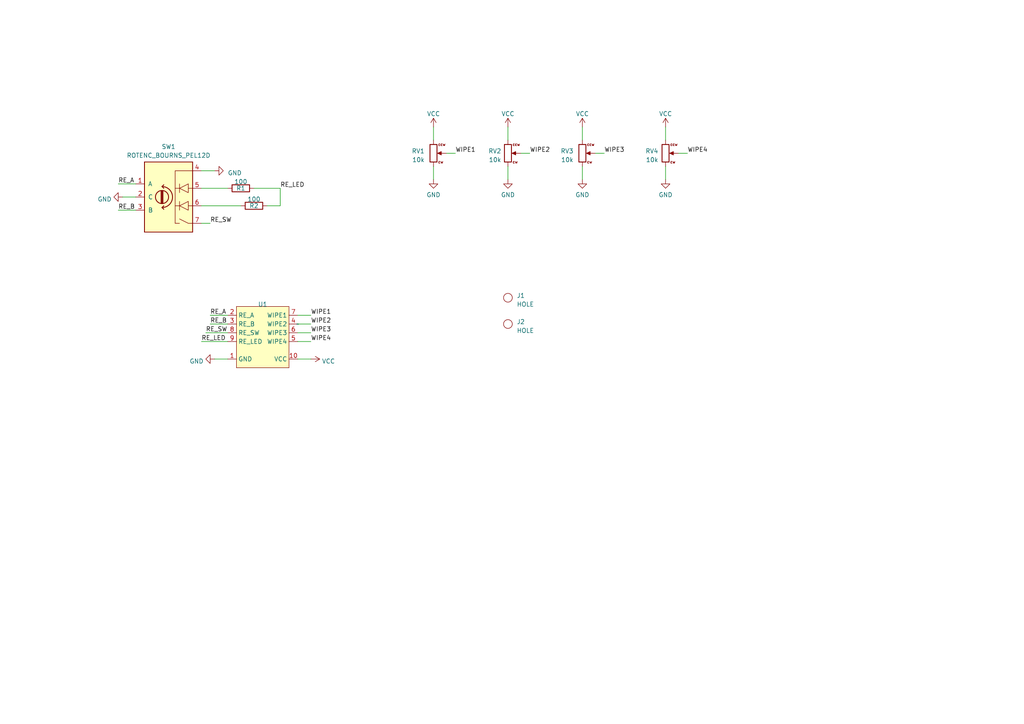
<source format=kicad_sch>
(kicad_sch (version 20230121) (generator eeschema)

  (uuid 872fad75-2e65-4dcb-a871-3af729139d4f)

  (paper "A4")

  (lib_symbols
    (symbol "myAmp:HOLE" (pin_names (offset 1.016) hide) (in_bom yes) (on_board yes)
      (property "Reference" "J" (at 0 2.54 0)
        (effects (font (size 1.27 1.27)))
      )
      (property "Value" "HOLE" (at 0 -2.54 0)
        (effects (font (size 1.27 1.27)))
      )
      (property "Footprint" "" (at 0 0 0)
        (effects (font (size 1.27 1.27)) hide)
      )
      (property "Datasheet" "" (at 0 0 0)
        (effects (font (size 1.27 1.27)) hide)
      )
      (symbol "HOLE_0_1"
        (circle (center 0 0) (radius 1.27)
          (stroke (width 0) (type default))
          (fill (type none))
        )
      )
    )
    (symbol "myAmp:KNOBS" (in_bom yes) (on_board yes)
      (property "Reference" "U" (at 0 11.43 0)
        (effects (font (size 1.27 1.27)))
      )
      (property "Value" "" (at 10.16 5.08 0)
        (effects (font (size 1.27 1.27)))
      )
      (property "Footprint" "myAmp:KNOBS" (at 0 -10.16 0)
        (effects (font (size 1.27 1.27)) hide)
      )
      (property "Datasheet" "" (at 10.16 5.08 0)
        (effects (font (size 1.27 1.27)) hide)
      )
      (symbol "KNOBS_0_1"
        (rectangle (start -7.62 10.16) (end 7.62 -7.62)
          (stroke (width 0) (type default))
          (fill (type background))
        )
      )
      (symbol "KNOBS_1_1"
        (pin input line (at -10.16 -5.08 0) (length 2.54)
          (name "GND" (effects (font (size 1.27 1.27))))
          (number "1" (effects (font (size 1.27 1.27))))
        )
        (pin input line (at 10.16 -5.08 180) (length 2.54)
          (name "VCC" (effects (font (size 1.27 1.27))))
          (number "10" (effects (font (size 1.27 1.27))))
        )
        (pin input line (at -10.16 7.62 0) (length 2.54)
          (name "RE_A" (effects (font (size 1.27 1.27))))
          (number "2" (effects (font (size 1.27 1.27))))
        )
        (pin input line (at -10.16 5.08 0) (length 2.54)
          (name "RE_B" (effects (font (size 1.27 1.27))))
          (number "3" (effects (font (size 1.27 1.27))))
        )
        (pin input line (at 10.16 5.08 180) (length 2.54)
          (name "WIPE2" (effects (font (size 1.27 1.27))))
          (number "4" (effects (font (size 1.27 1.27))))
        )
        (pin input line (at 10.16 0 180) (length 2.54)
          (name "WIPE4" (effects (font (size 1.27 1.27))))
          (number "5" (effects (font (size 1.27 1.27))))
        )
        (pin input line (at 10.16 2.54 180) (length 2.54)
          (name "WIPE3" (effects (font (size 1.27 1.27))))
          (number "6" (effects (font (size 1.27 1.27))))
        )
        (pin input line (at 10.16 7.62 180) (length 2.54)
          (name "WIPE1" (effects (font (size 1.27 1.27))))
          (number "7" (effects (font (size 1.27 1.27))))
        )
        (pin input line (at -10.16 2.54 0) (length 2.54)
          (name "RE_SW" (effects (font (size 1.27 1.27))))
          (number "8" (effects (font (size 1.27 1.27))))
        )
        (pin input line (at -10.16 0 0) (length 2.54)
          (name "RE_LED" (effects (font (size 1.27 1.27))))
          (number "9" (effects (font (size 1.27 1.27))))
        )
      )
    )
    (symbol "myAmp:R" (pin_numbers hide) (pin_names (offset 0)) (in_bom yes) (on_board yes)
      (property "Reference" "R" (at 2.032 0 90)
        (effects (font (size 1.27 1.27)))
      )
      (property "Value" "R" (at 0 0 90)
        (effects (font (size 1.27 1.27)))
      )
      (property "Footprint" "" (at -1.778 0 90)
        (effects (font (size 1.27 1.27)) hide)
      )
      (property "Datasheet" "" (at 0 0 0)
        (effects (font (size 1.27 1.27)) hide)
      )
      (property "ki_fp_filters" "R_*" (at 0 0 0)
        (effects (font (size 1.27 1.27)) hide)
      )
      (symbol "R_0_1"
        (rectangle (start -1.016 -2.54) (end 1.016 2.54)
          (stroke (width 0.254) (type default))
          (fill (type none))
        )
      )
      (symbol "R_1_1"
        (pin passive line (at 0 3.81 270) (length 1.27)
          (name "~" (effects (font (size 1.27 1.27))))
          (number "1" (effects (font (size 1.27 1.27))))
        )
        (pin passive line (at 0 -3.81 90) (length 1.27)
          (name "~" (effects (font (size 1.27 1.27))))
          (number "2" (effects (font (size 1.27 1.27))))
        )
      )
    )
    (symbol "myAmp:ROTENC_BOURNS_PEL12D" (pin_names (offset 1.016)) (in_bom yes) (on_board yes)
      (property "Reference" "SW" (at 0 -11.43 0)
        (effects (font (size 1.27 1.27)))
      )
      (property "Value" "ROTENC_BOURNS_PEL12D" (at 1.27 11.43 0)
        (effects (font (size 1.27 1.27)))
      )
      (property "Footprint" "" (at -2.54 4.064 0)
        (effects (font (size 1.27 1.27)) hide)
      )
      (property "Datasheet" "" (at 0 6.604 0)
        (effects (font (size 1.27 1.27)) hide)
      )
      (symbol "ROTENC_BOURNS_PEL12D_0_1"
        (rectangle (start -5.08 10.16) (end 8.89 -10.16)
          (stroke (width 0.254) (type default))
          (fill (type background))
        )
        (arc (start 0 -3.048) (mid 3.0348 0) (end 0 3.048)
          (stroke (width 0.254) (type default))
          (fill (type none))
        )
        (polyline
          (pts
            (xy -0.254 -1.778)
            (xy -0.254 1.778)
          )
          (stroke (width 0.254) (type default))
          (fill (type none))
        )
        (polyline
          (pts
            (xy 0 -3.048)
            (xy 0.508 -3.556)
          )
          (stroke (width 0.254) (type default))
          (fill (type none))
        )
        (polyline
          (pts
            (xy 0 -3.048)
            (xy 0.508 -2.54)
          )
          (stroke (width 0.254) (type default))
          (fill (type none))
        )
        (polyline
          (pts
            (xy 0 -1.778)
            (xy 0 1.778)
          )
          (stroke (width 0.254) (type default))
          (fill (type none))
        )
        (polyline
          (pts
            (xy 0 3.048)
            (xy 0.508 2.54)
          )
          (stroke (width 0.254) (type default))
          (fill (type none))
        )
        (polyline
          (pts
            (xy 0.254 1.778)
            (xy 0.254 -1.778)
          )
          (stroke (width 0.254) (type default))
          (fill (type none))
        )
        (polyline
          (pts
            (xy 0.508 3.556)
            (xy 0 3.048)
          )
          (stroke (width 0.254) (type default))
          (fill (type none))
        )
        (polyline
          (pts
            (xy 3.81 -7.62)
            (xy 5.08 -7.62)
          )
          (stroke (width 0) (type default))
          (fill (type none))
        )
        (polyline
          (pts
            (xy 5.08 -2.54)
            (xy 3.81 -2.54)
          )
          (stroke (width 0) (type default))
          (fill (type none))
        )
        (polyline
          (pts
            (xy 5.08 -1.27)
            (xy 5.08 -3.81)
          )
          (stroke (width 0) (type default))
          (fill (type none))
        )
        (polyline
          (pts
            (xy 5.08 2.54)
            (xy 3.81 2.54)
          )
          (stroke (width 0) (type default))
          (fill (type none))
        )
        (polyline
          (pts
            (xy 5.08 3.81)
            (xy 5.08 1.27)
          )
          (stroke (width 0) (type default))
          (fill (type none))
        )
        (polyline
          (pts
            (xy 7.62 2.54)
            (xy 7.62 2.54)
          )
          (stroke (width 0) (type default))
          (fill (type none))
        )
        (polyline
          (pts
            (xy 8.89 -2.54)
            (xy 7.62 -2.54)
          )
          (stroke (width 0) (type default))
          (fill (type none))
        )
        (polyline
          (pts
            (xy 8.89 2.54)
            (xy 7.62 2.54)
          )
          (stroke (width 0) (type default))
          (fill (type none))
        )
        (polyline
          (pts
            (xy 8.89 -7.62)
            (xy 7.62 -7.62)
            (xy 5.08 -6.35)
          )
          (stroke (width 0) (type default))
          (fill (type none))
        )
        (polyline
          (pts
            (xy 8.89 7.62)
            (xy 3.81 7.62)
            (xy 3.81 -7.62)
          )
          (stroke (width 0) (type default))
          (fill (type none))
        )
        (polyline
          (pts
            (xy 7.62 -1.27)
            (xy 7.62 -3.81)
            (xy 5.08 -2.54)
            (xy 7.62 -1.27)
          )
          (stroke (width 0) (type default))
          (fill (type none))
        )
        (polyline
          (pts
            (xy 7.62 3.81)
            (xy 7.62 1.27)
            (xy 5.08 2.54)
            (xy 7.62 3.81)
          )
          (stroke (width 0) (type default))
          (fill (type none))
        )
        (circle (center 0 0) (radius 1.905)
          (stroke (width 0.254) (type default))
          (fill (type none))
        )
      )
      (symbol "ROTENC_BOURNS_PEL12D_1_1"
        (pin passive line (at -7.62 3.81 0) (length 2.54)
          (name "A" (effects (font (size 1.27 1.27))))
          (number "1" (effects (font (size 1.27 1.27))))
        )
        (pin passive line (at -7.62 0 0) (length 2.54)
          (name "C" (effects (font (size 1.27 1.27))))
          (number "2" (effects (font (size 1.27 1.27))))
        )
        (pin passive line (at -7.62 -3.81 0) (length 2.54)
          (name "B" (effects (font (size 1.27 1.27))))
          (number "3" (effects (font (size 1.27 1.27))))
        )
        (pin passive line (at 11.43 7.62 180) (length 2.54)
          (name "~" (effects (font (size 1.27 1.27))))
          (number "4" (effects (font (size 1.27 1.27))))
        )
        (pin passive line (at 11.43 2.54 180) (length 2.54)
          (name "~" (effects (font (size 1.27 1.27))))
          (number "5" (effects (font (size 1.27 1.27))))
        )
        (pin passive line (at 11.43 -2.54 180) (length 2.54)
          (name "~" (effects (font (size 1.27 1.27))))
          (number "6" (effects (font (size 1.27 1.27))))
        )
        (pin passive line (at 11.43 -7.62 180) (length 2.54)
          (name "~" (effects (font (size 1.27 1.27))))
          (number "7" (effects (font (size 1.27 1.27))))
        )
      )
    )
    (symbol "myAmp:R_POT" (pin_numbers hide) (pin_names (offset 1.016) hide) (in_bom yes) (on_board yes)
      (property "Reference" "RV" (at -4.445 0 90)
        (effects (font (size 1.27 1.27)))
      )
      (property "Value" "R_POT" (at -2.54 0 90)
        (effects (font (size 1.27 1.27)))
      )
      (property "Footprint" "" (at 0 0 0)
        (effects (font (size 1.27 1.27)) hide)
      )
      (property "Datasheet" "" (at -3.81 -3.81 0)
        (effects (font (size 1.27 1.27)) hide)
      )
      (property "ki_fp_filters" "Potentiometer*" (at 0 0 0)
        (effects (font (size 1.27 1.27)) hide)
      )
      (symbol "R_POT_0_0"
        (text "ccw" (at 1.27 2.54 0)
          (effects (font (size 0.762 0.762)) (justify left))
        )
        (text "cw" (at 1.27 -2.54 0)
          (effects (font (size 0.762 0.762)) (justify left))
        )
      )
      (symbol "R_POT_0_1"
        (polyline
          (pts
            (xy 1.143 0)
            (xy 2.286 0.508)
            (xy 2.286 -0.508)
            (xy 1.143 0)
          )
          (stroke (width 0) (type default))
          (fill (type outline))
        )
        (rectangle (start 1.016 2.54) (end -1.016 -2.54)
          (stroke (width 0.254) (type default))
          (fill (type none))
        )
      )
      (symbol "R_POT_1_1"
        (pin passive line (at 0 3.81 270) (length 1.27)
          (name "1" (effects (font (size 1.27 1.27))))
          (number "1" (effects (font (size 1.27 1.27))))
        )
        (pin passive line (at 3.81 0 180) (length 2.032)
          (name "2" (effects (font (size 1.27 1.27))))
          (number "2" (effects (font (size 1.27 1.27))))
        )
        (pin passive line (at 0 -3.81 90) (length 1.27)
          (name "3" (effects (font (size 1.27 1.27))))
          (number "3" (effects (font (size 1.27 1.27))))
        )
      )
    )
    (symbol "power:GND" (power) (pin_names (offset 0)) (in_bom yes) (on_board yes)
      (property "Reference" "#PWR" (at 0 -6.35 0)
        (effects (font (size 1.27 1.27)) hide)
      )
      (property "Value" "GND" (at 0 -3.81 0)
        (effects (font (size 1.27 1.27)))
      )
      (property "Footprint" "" (at 0 0 0)
        (effects (font (size 1.27 1.27)) hide)
      )
      (property "Datasheet" "" (at 0 0 0)
        (effects (font (size 1.27 1.27)) hide)
      )
      (property "ki_keywords" "global power" (at 0 0 0)
        (effects (font (size 1.27 1.27)) hide)
      )
      (property "ki_description" "Power symbol creates a global label with name \"GND\" , ground" (at 0 0 0)
        (effects (font (size 1.27 1.27)) hide)
      )
      (symbol "GND_0_1"
        (polyline
          (pts
            (xy 0 0)
            (xy 0 -1.27)
            (xy 1.27 -1.27)
            (xy 0 -2.54)
            (xy -1.27 -1.27)
            (xy 0 -1.27)
          )
          (stroke (width 0) (type default))
          (fill (type none))
        )
      )
      (symbol "GND_1_1"
        (pin power_in line (at 0 0 270) (length 0) hide
          (name "GND" (effects (font (size 1.27 1.27))))
          (number "1" (effects (font (size 1.27 1.27))))
        )
      )
    )
    (symbol "power:VCC" (power) (pin_names (offset 0)) (in_bom yes) (on_board yes)
      (property "Reference" "#PWR" (at 0 -3.81 0)
        (effects (font (size 1.27 1.27)) hide)
      )
      (property "Value" "VCC" (at 0 3.81 0)
        (effects (font (size 1.27 1.27)))
      )
      (property "Footprint" "" (at 0 0 0)
        (effects (font (size 1.27 1.27)) hide)
      )
      (property "Datasheet" "" (at 0 0 0)
        (effects (font (size 1.27 1.27)) hide)
      )
      (property "ki_keywords" "global power" (at 0 0 0)
        (effects (font (size 1.27 1.27)) hide)
      )
      (property "ki_description" "Power symbol creates a global label with name \"VCC\"" (at 0 0 0)
        (effects (font (size 1.27 1.27)) hide)
      )
      (symbol "VCC_0_1"
        (polyline
          (pts
            (xy -0.762 1.27)
            (xy 0 2.54)
          )
          (stroke (width 0) (type default))
          (fill (type none))
        )
        (polyline
          (pts
            (xy 0 0)
            (xy 0 2.54)
          )
          (stroke (width 0) (type default))
          (fill (type none))
        )
        (polyline
          (pts
            (xy 0 2.54)
            (xy 0.762 1.27)
          )
          (stroke (width 0) (type default))
          (fill (type none))
        )
      )
      (symbol "VCC_1_1"
        (pin power_in line (at 0 0 90) (length 0) hide
          (name "VCC" (effects (font (size 1.27 1.27))))
          (number "1" (effects (font (size 1.27 1.27))))
        )
      )
    )
  )


  (wire (pts (xy 168.91 48.26) (xy 168.91 52.07))
    (stroke (width 0) (type default))
    (uuid 018f84c4-1c67-4506-a965-96e90a942b6f)
  )
  (wire (pts (xy 59.69 96.52) (xy 66.04 96.52))
    (stroke (width 0) (type default))
    (uuid 0442cbaa-f3ca-4be4-96da-f520e3adf9ec)
  )
  (wire (pts (xy 34.29 53.34) (xy 39.37 53.34))
    (stroke (width 0) (type default))
    (uuid 071aac14-70a9-424c-978e-a81ceb469b4e)
  )
  (wire (pts (xy 60.96 93.98) (xy 66.04 93.98))
    (stroke (width 0) (type default))
    (uuid 0de6c268-5d8b-4822-a01f-e153403bf3fa)
  )
  (wire (pts (xy 34.29 60.96) (xy 39.37 60.96))
    (stroke (width 0) (type default))
    (uuid 175986c7-861b-487b-bd98-750c0deaf775)
  )
  (wire (pts (xy 86.36 99.06) (xy 90.17 99.06))
    (stroke (width 0) (type default))
    (uuid 208c479e-4eb9-4d14-b1ca-cee39b14b3d4)
  )
  (wire (pts (xy 35.56 57.15) (xy 39.37 57.15))
    (stroke (width 0) (type default))
    (uuid 230f9690-5ac2-47ee-878b-dd6e4f9d4822)
  )
  (wire (pts (xy 193.04 48.26) (xy 193.04 52.07))
    (stroke (width 0) (type default))
    (uuid 29b8bd6c-16b5-4d32-a810-0011527d0750)
  )
  (wire (pts (xy 58.42 54.61) (xy 66.04 54.61))
    (stroke (width 0) (type default))
    (uuid 2f0cfc3e-4dcc-4a53-9c12-5335c4556026)
  )
  (wire (pts (xy 58.42 59.69) (xy 69.85 59.69))
    (stroke (width 0) (type default))
    (uuid 2f63f9e3-bd4d-44b6-bf56-af203e9693e2)
  )
  (wire (pts (xy 58.42 64.77) (xy 60.96 64.77))
    (stroke (width 0) (type default))
    (uuid 4398fae0-5639-4b8d-9cda-0255da762d53)
  )
  (wire (pts (xy 125.73 36.83) (xy 125.73 40.64))
    (stroke (width 0) (type default))
    (uuid 507cf727-5fb9-4c87-a2f1-0b3890371d6c)
  )
  (wire (pts (xy 151.13 44.45) (xy 153.67 44.45))
    (stroke (width 0) (type default))
    (uuid 52c2c16c-615a-412c-837f-f871508d914f)
  )
  (wire (pts (xy 172.72 44.45) (xy 175.26 44.45))
    (stroke (width 0) (type default))
    (uuid 5647c560-db51-4505-b72f-14ab79b68192)
  )
  (wire (pts (xy 196.85 44.45) (xy 199.39 44.45))
    (stroke (width 0) (type default))
    (uuid 5f7ea70e-23de-48c7-99e3-b54cbb6c916f)
  )
  (wire (pts (xy 81.28 54.61) (xy 81.28 59.69))
    (stroke (width 0) (type default))
    (uuid 631e44cc-f5d2-40b7-bf01-ae8ca6d3084d)
  )
  (wire (pts (xy 58.42 49.53) (xy 62.23 49.53))
    (stroke (width 0) (type default))
    (uuid 6f9a3cfb-0cb2-43b3-9b6e-d5d745f6bdce)
  )
  (wire (pts (xy 129.54 44.45) (xy 132.08 44.45))
    (stroke (width 0) (type default))
    (uuid 7331c28f-5e31-4c73-86da-cfde1a496dae)
  )
  (wire (pts (xy 86.36 96.52) (xy 90.17 96.52))
    (stroke (width 0) (type default))
    (uuid 787d80b2-95de-4047-a5ed-aca03cdd7569)
  )
  (wire (pts (xy 58.42 99.06) (xy 66.04 99.06))
    (stroke (width 0) (type default))
    (uuid 8e8aed7d-a598-4718-b6e1-b2093be697e8)
  )
  (wire (pts (xy 147.32 48.26) (xy 147.32 52.07))
    (stroke (width 0) (type default))
    (uuid 935f42e7-a343-48df-8d5f-b3d8e2bfd2c3)
  )
  (wire (pts (xy 125.73 48.26) (xy 125.73 52.07))
    (stroke (width 0) (type default))
    (uuid ac00c893-d67e-48e4-82d8-b960414025c8)
  )
  (wire (pts (xy 86.36 91.44) (xy 90.17 91.44))
    (stroke (width 0) (type default))
    (uuid b5bf0551-2b47-404b-8a9b-fb6d5b5b383d)
  )
  (wire (pts (xy 60.96 91.44) (xy 66.04 91.44))
    (stroke (width 0) (type default))
    (uuid b6442ac0-fe15-4eeb-bdbd-8819ddcb3fe3)
  )
  (wire (pts (xy 147.32 36.83) (xy 147.32 40.64))
    (stroke (width 0) (type default))
    (uuid bab362bc-0b30-4253-a409-fdb5986c2380)
  )
  (wire (pts (xy 193.04 36.83) (xy 193.04 40.64))
    (stroke (width 0) (type default))
    (uuid c2a45a8c-b2a8-4b4c-bd90-47e85b102eb5)
  )
  (wire (pts (xy 168.91 36.83) (xy 168.91 40.64))
    (stroke (width 0) (type default))
    (uuid c4f3ba18-542b-4b53-b2d9-5c14203cffcd)
  )
  (wire (pts (xy 81.28 59.69) (xy 77.47 59.69))
    (stroke (width 0) (type default))
    (uuid c7af4886-3470-4ef9-af76-06b30cad84d4)
  )
  (wire (pts (xy 86.36 93.98) (xy 90.17 93.98))
    (stroke (width 0) (type default))
    (uuid e7ee28e8-5df1-44bb-b23c-43da045cdbcc)
  )
  (wire (pts (xy 73.66 54.61) (xy 81.28 54.61))
    (stroke (width 0) (type default))
    (uuid eeabb409-4bfa-4627-93f2-737f5373b53f)
  )
  (wire (pts (xy 86.36 104.14) (xy 90.17 104.14))
    (stroke (width 0) (type default))
    (uuid f6364597-4184-480d-9bd7-1a551aeb7e57)
  )
  (wire (pts (xy 62.23 104.14) (xy 66.04 104.14))
    (stroke (width 0) (type default))
    (uuid fe1b92e4-e43c-4336-84f2-d7c4f85354d6)
  )

  (label "WIPE2" (at 90.17 93.98 0) (fields_autoplaced)
    (effects (font (size 1.27 1.27)) (justify left bottom))
    (uuid 04c6dece-a186-4c71-bf91-379bbf51b30f)
  )
  (label "WIPE4" (at 90.17 99.06 0) (fields_autoplaced)
    (effects (font (size 1.27 1.27)) (justify left bottom))
    (uuid 3a624d7d-b9a4-4a42-8d52-377255d76d36)
  )
  (label "RE_SW" (at 59.69 96.52 0) (fields_autoplaced)
    (effects (font (size 1.27 1.27)) (justify left bottom))
    (uuid 3af0d5d5-37c1-4ca0-8292-cd1be0d31904)
  )
  (label "WIPE2" (at 153.67 44.45 0) (fields_autoplaced)
    (effects (font (size 1.27 1.27)) (justify left bottom))
    (uuid 44de1277-e443-46f3-96c3-2bd51e3de1b4)
  )
  (label "WIPE1" (at 132.08 44.45 0) (fields_autoplaced)
    (effects (font (size 1.27 1.27)) (justify left bottom))
    (uuid 4829b242-7a93-4c76-9d9e-47007033cd00)
  )
  (label "WIPE1" (at 90.17 91.44 0) (fields_autoplaced)
    (effects (font (size 1.27 1.27)) (justify left bottom))
    (uuid 57e03c9e-78b8-4e44-a746-923a4066e9b7)
  )
  (label "RE_B" (at 34.29 60.96 0) (fields_autoplaced)
    (effects (font (size 1.27 1.27)) (justify left bottom))
    (uuid 65ed4c27-ac4a-4941-8d64-614925d737e6)
  )
  (label "RE_B" (at 60.96 93.98 0) (fields_autoplaced)
    (effects (font (size 1.27 1.27)) (justify left bottom))
    (uuid 6e57cf69-2af4-4f03-b1e2-c24ad450465e)
  )
  (label "WIPE4" (at 199.39 44.45 0) (fields_autoplaced)
    (effects (font (size 1.27 1.27)) (justify left bottom))
    (uuid 8f384c8c-409c-4089-bb06-095aba706388)
  )
  (label "RE_A" (at 34.29 53.34 0) (fields_autoplaced)
    (effects (font (size 1.27 1.27)) (justify left bottom))
    (uuid 9c17f0fd-f6cf-48b9-81db-a05a50357b93)
  )
  (label "RE_LED" (at 81.28 54.61 0) (fields_autoplaced)
    (effects (font (size 1.27 1.27)) (justify left bottom))
    (uuid bd5f633a-d2ca-49f2-a21a-d72a2e64e9fa)
  )
  (label "RE_SW" (at 60.96 64.77 0) (fields_autoplaced)
    (effects (font (size 1.27 1.27)) (justify left bottom))
    (uuid c8b8e736-a601-44b4-942b-07a46b4bf0f6)
  )
  (label "RE_A" (at 60.96 91.44 0) (fields_autoplaced)
    (effects (font (size 1.27 1.27)) (justify left bottom))
    (uuid dd01a67f-cbdd-49db-adcf-8cdeab243b1e)
  )
  (label "WIPE3" (at 175.26 44.45 0) (fields_autoplaced)
    (effects (font (size 1.27 1.27)) (justify left bottom))
    (uuid f669417b-682a-4e58-8921-82a4fdb4b7f3)
  )
  (label "WIPE3" (at 90.17 96.52 0) (fields_autoplaced)
    (effects (font (size 1.27 1.27)) (justify left bottom))
    (uuid f67433e2-b832-4f65-a67c-9b0168b3e9ce)
  )
  (label "RE_LED" (at 58.42 99.06 0) (fields_autoplaced)
    (effects (font (size 1.27 1.27)) (justify left bottom))
    (uuid f8c81879-f8d5-437e-9262-30fd8e233c2d)
  )

  (symbol (lib_id "myAmp:R_POT") (at 168.91 44.45 0) (unit 1)
    (in_bom yes) (on_board yes) (dnp no) (fields_autoplaced)
    (uuid 0066c5a5-4612-419f-9bce-2df108a649ea)
    (property "Reference" "RV3" (at 166.37 43.815 0)
      (effects (font (size 1.27 1.27)) (justify right))
    )
    (property "Value" "10k" (at 166.37 46.355 0)
      (effects (font (size 1.27 1.27)) (justify right))
    )
    (property "Footprint" "myAmp:BOURNS_PTD901_xx15K" (at 168.91 44.45 0)
      (effects (font (size 1.27 1.27)) hide)
    )
    (property "Datasheet" "" (at 165.1 48.26 0)
      (effects (font (size 1.27 1.27)) hide)
    )
    (pin "1" (uuid e00d3281-c21a-471e-af7c-829af5215a0f))
    (pin "2" (uuid 723ad5c0-2a88-4ed7-acd9-82f4ba267c9f))
    (pin "3" (uuid 46bfb247-4999-424b-8380-879f7cdd8b19))
    (instances
      (project "modulo3-fv1-knobs"
        (path "/872fad75-2e65-4dcb-a871-3af729139d4f"
          (reference "RV3") (unit 1)
        )
      )
    )
  )

  (symbol (lib_id "power:GND") (at 35.56 57.15 270) (unit 1)
    (in_bom yes) (on_board yes) (dnp no) (fields_autoplaced)
    (uuid 10ddedd7-4950-49ed-8c28-ec042e9c8048)
    (property "Reference" "#PWR011" (at 29.21 57.15 0)
      (effects (font (size 1.27 1.27)) hide)
    )
    (property "Value" "GND" (at 32.385 57.785 90)
      (effects (font (size 1.27 1.27)) (justify right))
    )
    (property "Footprint" "" (at 35.56 57.15 0)
      (effects (font (size 1.27 1.27)) hide)
    )
    (property "Datasheet" "" (at 35.56 57.15 0)
      (effects (font (size 1.27 1.27)) hide)
    )
    (pin "1" (uuid f9ddfdff-646c-4944-ad9e-717d9de0d3e2))
    (instances
      (project "modulo3-fv1-knobs"
        (path "/872fad75-2e65-4dcb-a871-3af729139d4f"
          (reference "#PWR011") (unit 1)
        )
      )
    )
  )

  (symbol (lib_id "myAmp:ROTENC_BOURNS_PEL12D") (at 46.99 57.15 0) (unit 1)
    (in_bom yes) (on_board yes) (dnp no) (fields_autoplaced)
    (uuid 13f771e2-036b-46ed-9257-c1dc8720e98f)
    (property "Reference" "SW1" (at 48.895 42.545 0)
      (effects (font (size 1.27 1.27)))
    )
    (property "Value" "ROTENC_BOURNS_PEL12D" (at 48.895 45.085 0)
      (effects (font (size 1.27 1.27)))
    )
    (property "Footprint" "myAmp:BOURNS_PEL12D-2xxx" (at 44.45 53.086 0)
      (effects (font (size 1.27 1.27)) hide)
    )
    (property "Datasheet" "" (at 46.99 50.546 0)
      (effects (font (size 1.27 1.27)) hide)
    )
    (pin "1" (uuid 7ea61d48-d85a-4092-bc3f-6fff400ead24))
    (pin "2" (uuid f9f27e2c-c8a4-4d83-b8f0-9c09e144aee9))
    (pin "3" (uuid 83d9de41-2bb7-43f6-a381-61fcb24bbcac))
    (pin "4" (uuid 10b179a0-d5d7-493b-890b-e4c0e63eb999))
    (pin "5" (uuid b6a6dd2f-ce18-4407-a330-ebf92bb26fd6))
    (pin "6" (uuid bc9cec16-bb7e-4034-b7ac-3fc04cd5bf34))
    (pin "7" (uuid 871f9e8a-1087-49ec-9b3b-29e567b346ce))
    (instances
      (project "modulo3-fv1-knobs"
        (path "/872fad75-2e65-4dcb-a871-3af729139d4f"
          (reference "SW1") (unit 1)
        )
      )
    )
  )

  (symbol (lib_id "power:GND") (at 193.04 52.07 0) (unit 1)
    (in_bom yes) (on_board yes) (dnp no) (fields_autoplaced)
    (uuid 1786e815-62f6-4d2c-85b2-40ecf3516bea)
    (property "Reference" "#PWR06" (at 193.04 58.42 0)
      (effects (font (size 1.27 1.27)) hide)
    )
    (property "Value" "GND" (at 193.04 56.515 0)
      (effects (font (size 1.27 1.27)))
    )
    (property "Footprint" "" (at 193.04 52.07 0)
      (effects (font (size 1.27 1.27)) hide)
    )
    (property "Datasheet" "" (at 193.04 52.07 0)
      (effects (font (size 1.27 1.27)) hide)
    )
    (pin "1" (uuid 31ffc745-b112-45e9-8039-c7c09ac2004a))
    (instances
      (project "modulo3-fv1-knobs"
        (path "/872fad75-2e65-4dcb-a871-3af729139d4f"
          (reference "#PWR06") (unit 1)
        )
      )
    )
  )

  (symbol (lib_id "power:GND") (at 125.73 52.07 0) (unit 1)
    (in_bom yes) (on_board yes) (dnp no) (fields_autoplaced)
    (uuid 201ee2b0-e83c-4787-b313-9074f039770f)
    (property "Reference" "#PWR03" (at 125.73 58.42 0)
      (effects (font (size 1.27 1.27)) hide)
    )
    (property "Value" "GND" (at 125.73 56.515 0)
      (effects (font (size 1.27 1.27)))
    )
    (property "Footprint" "" (at 125.73 52.07 0)
      (effects (font (size 1.27 1.27)) hide)
    )
    (property "Datasheet" "" (at 125.73 52.07 0)
      (effects (font (size 1.27 1.27)) hide)
    )
    (pin "1" (uuid 18886693-537b-4a68-b4e4-4098b8f2b531))
    (instances
      (project "modulo3-fv1-knobs"
        (path "/872fad75-2e65-4dcb-a871-3af729139d4f"
          (reference "#PWR03") (unit 1)
        )
      )
    )
  )

  (symbol (lib_id "myAmp:HOLE") (at 147.32 93.98 0) (unit 1)
    (in_bom yes) (on_board yes) (dnp no) (fields_autoplaced)
    (uuid 269e992e-63c9-461d-a6ea-d0f78fc67737)
    (property "Reference" "J2" (at 149.86 93.345 0)
      (effects (font (size 1.27 1.27)) (justify left))
    )
    (property "Value" "HOLE" (at 149.86 95.885 0)
      (effects (font (size 1.27 1.27)) (justify left))
    )
    (property "Footprint" "myAmp:MountingHole" (at 147.32 93.98 0)
      (effects (font (size 1.27 1.27)) hide)
    )
    (property "Datasheet" "" (at 147.32 93.98 0)
      (effects (font (size 1.27 1.27)) hide)
    )
    (instances
      (project "modulo3-fv1-knobs"
        (path "/872fad75-2e65-4dcb-a871-3af729139d4f"
          (reference "J2") (unit 1)
        )
      )
    )
  )

  (symbol (lib_id "myAmp:HOLE") (at 147.32 86.36 0) (unit 1)
    (in_bom yes) (on_board yes) (dnp no) (fields_autoplaced)
    (uuid 2e091208-9404-4831-a46e-36c7241d6521)
    (property "Reference" "J1" (at 149.86 85.725 0)
      (effects (font (size 1.27 1.27)) (justify left))
    )
    (property "Value" "HOLE" (at 149.86 88.265 0)
      (effects (font (size 1.27 1.27)) (justify left))
    )
    (property "Footprint" "myAmp:MountingHole" (at 147.32 86.36 0)
      (effects (font (size 1.27 1.27)) hide)
    )
    (property "Datasheet" "" (at 147.32 86.36 0)
      (effects (font (size 1.27 1.27)) hide)
    )
    (instances
      (project "modulo3-fv1-knobs"
        (path "/872fad75-2e65-4dcb-a871-3af729139d4f"
          (reference "J1") (unit 1)
        )
      )
    )
  )

  (symbol (lib_id "myAmp:R") (at 69.85 54.61 90) (unit 1)
    (in_bom yes) (on_board yes) (dnp no)
    (uuid 38583e44-fb17-4b8a-ba66-b196d69efbc4)
    (property "Reference" "R1" (at 69.85 54.61 90)
      (effects (font (size 1.27 1.27)))
    )
    (property "Value" "100" (at 69.85 52.705 90)
      (effects (font (size 1.27 1.27)))
    )
    (property "Footprint" "myAmp:R_10MM" (at 69.85 56.388 90)
      (effects (font (size 1.27 1.27)) hide)
    )
    (property "Datasheet" "" (at 69.85 54.61 0)
      (effects (font (size 1.27 1.27)) hide)
    )
    (pin "1" (uuid a06d7029-c129-485d-9c01-a99105c8e63d))
    (pin "2" (uuid 077016a0-b71e-4991-9e03-b0762fd0131e))
    (instances
      (project "modulo3-fv1-knobs"
        (path "/872fad75-2e65-4dcb-a871-3af729139d4f"
          (reference "R1") (unit 1)
        )
      )
    )
  )

  (symbol (lib_id "power:GND") (at 62.23 104.14 270) (unit 1)
    (in_bom yes) (on_board yes) (dnp no) (fields_autoplaced)
    (uuid 3de6b12a-4e48-4ad0-8346-cc9a0da97535)
    (property "Reference" "#PWR02" (at 55.88 104.14 0)
      (effects (font (size 1.27 1.27)) hide)
    )
    (property "Value" "GND" (at 59.055 104.775 90)
      (effects (font (size 1.27 1.27)) (justify right))
    )
    (property "Footprint" "" (at 62.23 104.14 0)
      (effects (font (size 1.27 1.27)) hide)
    )
    (property "Datasheet" "" (at 62.23 104.14 0)
      (effects (font (size 1.27 1.27)) hide)
    )
    (pin "1" (uuid 6b248f8e-1b1e-4466-aa0b-795c5fed1480))
    (instances
      (project "modulo3-fv1-knobs"
        (path "/872fad75-2e65-4dcb-a871-3af729139d4f"
          (reference "#PWR02") (unit 1)
        )
      )
    )
  )

  (symbol (lib_id "power:VCC") (at 193.04 36.83 0) (unit 1)
    (in_bom yes) (on_board yes) (dnp no) (fields_autoplaced)
    (uuid 4b46d28a-17f9-449d-aade-4261ea5240f1)
    (property "Reference" "#PWR010" (at 193.04 40.64 0)
      (effects (font (size 1.27 1.27)) hide)
    )
    (property "Value" "VCC" (at 193.04 33.02 0)
      (effects (font (size 1.27 1.27)))
    )
    (property "Footprint" "" (at 193.04 36.83 0)
      (effects (font (size 1.27 1.27)) hide)
    )
    (property "Datasheet" "" (at 193.04 36.83 0)
      (effects (font (size 1.27 1.27)) hide)
    )
    (pin "1" (uuid ad24ef9b-1c48-4c25-a306-7840b932437f))
    (instances
      (project "modulo3-fv1-knobs"
        (path "/872fad75-2e65-4dcb-a871-3af729139d4f"
          (reference "#PWR010") (unit 1)
        )
      )
    )
  )

  (symbol (lib_id "power:GND") (at 62.23 49.53 90) (unit 1)
    (in_bom yes) (on_board yes) (dnp no) (fields_autoplaced)
    (uuid 4e60001b-35a7-4e66-99e3-3ac2b38988dc)
    (property "Reference" "#PWR012" (at 68.58 49.53 0)
      (effects (font (size 1.27 1.27)) hide)
    )
    (property "Value" "GND" (at 66.04 50.165 90)
      (effects (font (size 1.27 1.27)) (justify right))
    )
    (property "Footprint" "" (at 62.23 49.53 0)
      (effects (font (size 1.27 1.27)) hide)
    )
    (property "Datasheet" "" (at 62.23 49.53 0)
      (effects (font (size 1.27 1.27)) hide)
    )
    (pin "1" (uuid e1ac55a8-fe85-4fb6-9c1a-090926ac9895))
    (instances
      (project "modulo3-fv1-knobs"
        (path "/872fad75-2e65-4dcb-a871-3af729139d4f"
          (reference "#PWR012") (unit 1)
        )
      )
    )
  )

  (symbol (lib_id "power:VCC") (at 168.91 36.83 0) (unit 1)
    (in_bom yes) (on_board yes) (dnp no) (fields_autoplaced)
    (uuid 54f96704-beb8-4557-9d4d-426f9940ff7b)
    (property "Reference" "#PWR09" (at 168.91 40.64 0)
      (effects (font (size 1.27 1.27)) hide)
    )
    (property "Value" "VCC" (at 168.91 33.02 0)
      (effects (font (size 1.27 1.27)))
    )
    (property "Footprint" "" (at 168.91 36.83 0)
      (effects (font (size 1.27 1.27)) hide)
    )
    (property "Datasheet" "" (at 168.91 36.83 0)
      (effects (font (size 1.27 1.27)) hide)
    )
    (pin "1" (uuid 83e2c05c-ccc9-4b64-95db-6657e68dae09))
    (instances
      (project "modulo3-fv1-knobs"
        (path "/872fad75-2e65-4dcb-a871-3af729139d4f"
          (reference "#PWR09") (unit 1)
        )
      )
    )
  )

  (symbol (lib_id "power:VCC") (at 125.73 36.83 0) (unit 1)
    (in_bom yes) (on_board yes) (dnp no) (fields_autoplaced)
    (uuid 59db03d5-d915-4671-86f3-7ed28350892b)
    (property "Reference" "#PWR07" (at 125.73 40.64 0)
      (effects (font (size 1.27 1.27)) hide)
    )
    (property "Value" "VCC" (at 125.73 33.02 0)
      (effects (font (size 1.27 1.27)))
    )
    (property "Footprint" "" (at 125.73 36.83 0)
      (effects (font (size 1.27 1.27)) hide)
    )
    (property "Datasheet" "" (at 125.73 36.83 0)
      (effects (font (size 1.27 1.27)) hide)
    )
    (pin "1" (uuid 1dc76d93-61ee-437f-8f72-d1a12855de1f))
    (instances
      (project "modulo3-fv1-knobs"
        (path "/872fad75-2e65-4dcb-a871-3af729139d4f"
          (reference "#PWR07") (unit 1)
        )
      )
    )
  )

  (symbol (lib_id "myAmp:R") (at 73.66 59.69 90) (unit 1)
    (in_bom yes) (on_board yes) (dnp no)
    (uuid 72c57a59-dda3-4087-8c62-7cfca278b8fe)
    (property "Reference" "R2" (at 73.66 59.69 90)
      (effects (font (size 1.27 1.27)))
    )
    (property "Value" "100" (at 73.66 57.785 90)
      (effects (font (size 1.27 1.27)))
    )
    (property "Footprint" "myAmp:R_10MM" (at 73.66 61.468 90)
      (effects (font (size 1.27 1.27)) hide)
    )
    (property "Datasheet" "" (at 73.66 59.69 0)
      (effects (font (size 1.27 1.27)) hide)
    )
    (pin "1" (uuid 4d1e18b3-a9f4-40f1-99e1-add627498bd2))
    (pin "2" (uuid 82b0984c-57a5-41fd-bcef-2e8e9ffb5f6a))
    (instances
      (project "modulo3-fv1-knobs"
        (path "/872fad75-2e65-4dcb-a871-3af729139d4f"
          (reference "R2") (unit 1)
        )
      )
    )
  )

  (symbol (lib_id "myAmp:R_POT") (at 147.32 44.45 0) (unit 1)
    (in_bom yes) (on_board yes) (dnp no) (fields_autoplaced)
    (uuid 753c8ba1-ddd2-4067-be33-8ffc939eb4fb)
    (property "Reference" "RV2" (at 145.415 43.815 0)
      (effects (font (size 1.27 1.27)) (justify right))
    )
    (property "Value" "10k" (at 145.415 46.355 0)
      (effects (font (size 1.27 1.27)) (justify right))
    )
    (property "Footprint" "myAmp:BOURNS_PTD901_xx15K" (at 147.32 44.45 0)
      (effects (font (size 1.27 1.27)) hide)
    )
    (property "Datasheet" "" (at 143.51 48.26 0)
      (effects (font (size 1.27 1.27)) hide)
    )
    (pin "1" (uuid 5ad18521-17f6-4a4d-9f08-a26de1a1f711))
    (pin "2" (uuid a574f019-db3e-4187-b394-ba1b67b955f8))
    (pin "3" (uuid fd815c4e-127c-4d67-9ace-b930d8705e44))
    (instances
      (project "modulo3-fv1-knobs"
        (path "/872fad75-2e65-4dcb-a871-3af729139d4f"
          (reference "RV2") (unit 1)
        )
      )
    )
  )

  (symbol (lib_id "myAmp:R_POT") (at 125.73 44.45 0) (unit 1)
    (in_bom yes) (on_board yes) (dnp no) (fields_autoplaced)
    (uuid 804261c2-b2b5-4ece-a4ca-081ed00956bb)
    (property "Reference" "RV1" (at 123.19 43.815 0)
      (effects (font (size 1.27 1.27)) (justify right))
    )
    (property "Value" "10k" (at 123.19 46.355 0)
      (effects (font (size 1.27 1.27)) (justify right))
    )
    (property "Footprint" "myAmp:BOURNS_PTD901_xx15K" (at 125.73 44.45 0)
      (effects (font (size 1.27 1.27)) hide)
    )
    (property "Datasheet" "" (at 121.92 48.26 0)
      (effects (font (size 1.27 1.27)) hide)
    )
    (pin "1" (uuid a793fb75-82f9-4143-9ff9-cc393e25fea4))
    (pin "2" (uuid 76d65153-dbc4-4bde-a54a-4586b751b7d6))
    (pin "3" (uuid 16c13e4e-1821-4784-81a8-613a7f0107a4))
    (instances
      (project "modulo3-fv1-knobs"
        (path "/872fad75-2e65-4dcb-a871-3af729139d4f"
          (reference "RV1") (unit 1)
        )
      )
    )
  )

  (symbol (lib_id "power:VCC") (at 147.32 36.83 0) (unit 1)
    (in_bom yes) (on_board yes) (dnp no) (fields_autoplaced)
    (uuid 8682dd21-3b90-42c7-a92d-dd0f3516d01c)
    (property "Reference" "#PWR08" (at 147.32 40.64 0)
      (effects (font (size 1.27 1.27)) hide)
    )
    (property "Value" "VCC" (at 147.32 33.02 0)
      (effects (font (size 1.27 1.27)))
    )
    (property "Footprint" "" (at 147.32 36.83 0)
      (effects (font (size 1.27 1.27)) hide)
    )
    (property "Datasheet" "" (at 147.32 36.83 0)
      (effects (font (size 1.27 1.27)) hide)
    )
    (pin "1" (uuid 68aa1893-b02b-42f7-b960-92a033bade17))
    (instances
      (project "modulo3-fv1-knobs"
        (path "/872fad75-2e65-4dcb-a871-3af729139d4f"
          (reference "#PWR08") (unit 1)
        )
      )
    )
  )

  (symbol (lib_id "power:VCC") (at 90.17 104.14 270) (unit 1)
    (in_bom yes) (on_board yes) (dnp no) (fields_autoplaced)
    (uuid 9f5283b9-34f5-4a5b-a444-37a1129cc7af)
    (property "Reference" "#PWR01" (at 86.36 104.14 0)
      (effects (font (size 1.27 1.27)) hide)
    )
    (property "Value" "VCC" (at 93.345 104.775 90)
      (effects (font (size 1.27 1.27)) (justify left))
    )
    (property "Footprint" "" (at 90.17 104.14 0)
      (effects (font (size 1.27 1.27)) hide)
    )
    (property "Datasheet" "" (at 90.17 104.14 0)
      (effects (font (size 1.27 1.27)) hide)
    )
    (pin "1" (uuid 09cb7a73-9b95-486a-a79b-5a5bfecf624d))
    (instances
      (project "modulo3-fv1-knobs"
        (path "/872fad75-2e65-4dcb-a871-3af729139d4f"
          (reference "#PWR01") (unit 1)
        )
      )
    )
  )

  (symbol (lib_id "myAmp:R_POT") (at 193.04 44.45 0) (unit 1)
    (in_bom yes) (on_board yes) (dnp no) (fields_autoplaced)
    (uuid bc138b59-35c1-41e3-b5e0-e76ea576c9ba)
    (property "Reference" "RV4" (at 190.97 43.815 0)
      (effects (font (size 1.27 1.27)) (justify right))
    )
    (property "Value" "10k" (at 190.97 46.355 0)
      (effects (font (size 1.27 1.27)) (justify right))
    )
    (property "Footprint" "myAmp:BOURNS_PTD901_xx15K" (at 193.04 44.45 0)
      (effects (font (size 1.27 1.27)) hide)
    )
    (property "Datasheet" "" (at 189.23 48.26 0)
      (effects (font (size 1.27 1.27)) hide)
    )
    (pin "1" (uuid 4c6feae7-6f23-4d7b-983a-099bff7b1fd3))
    (pin "2" (uuid 35673fc3-a033-4295-b495-2e467b24d2cc))
    (pin "3" (uuid 4dea407a-ebd3-4471-ae1b-a73b93eae806))
    (instances
      (project "modulo3-fv1-knobs"
        (path "/872fad75-2e65-4dcb-a871-3af729139d4f"
          (reference "RV4") (unit 1)
        )
      )
    )
  )

  (symbol (lib_id "power:GND") (at 168.91 52.07 0) (unit 1)
    (in_bom yes) (on_board yes) (dnp no) (fields_autoplaced)
    (uuid ee8dc43f-0145-43b9-9d08-2bb1165a6050)
    (property "Reference" "#PWR05" (at 168.91 58.42 0)
      (effects (font (size 1.27 1.27)) hide)
    )
    (property "Value" "GND" (at 168.91 56.515 0)
      (effects (font (size 1.27 1.27)))
    )
    (property "Footprint" "" (at 168.91 52.07 0)
      (effects (font (size 1.27 1.27)) hide)
    )
    (property "Datasheet" "" (at 168.91 52.07 0)
      (effects (font (size 1.27 1.27)) hide)
    )
    (pin "1" (uuid 236a6d25-eb61-4807-82e1-dd6411a63b0c))
    (instances
      (project "modulo3-fv1-knobs"
        (path "/872fad75-2e65-4dcb-a871-3af729139d4f"
          (reference "#PWR05") (unit 1)
        )
      )
    )
  )

  (symbol (lib_id "myAmp:KNOBS") (at 76.2 99.06 0) (unit 1)
    (in_bom yes) (on_board yes) (dnp no) (fields_autoplaced)
    (uuid f4d5203a-0764-4899-916e-b467fd72f6e9)
    (property "Reference" "U1" (at 76.2 88.265 0)
      (effects (font (size 1.27 1.27)))
    )
    (property "Value" "~" (at 86.36 93.98 0)
      (effects (font (size 1.27 1.27)))
    )
    (property "Footprint" "myAmp:KNOBS" (at 76.2 109.22 0)
      (effects (font (size 1.27 1.27)) hide)
    )
    (property "Datasheet" "" (at 86.36 93.98 0)
      (effects (font (size 1.27 1.27)) hide)
    )
    (pin "1" (uuid 90b40933-6716-4eca-a873-91a5561def3c))
    (pin "10" (uuid 0266b0f5-f974-4352-b6a3-def77751af85))
    (pin "2" (uuid 480c0fd5-1aa4-483c-a972-5039543d51cd))
    (pin "3" (uuid 896bd728-86b9-4b2a-9992-c9f5e791acea))
    (pin "4" (uuid 1401e8b6-db60-41cf-9762-92439712f18a))
    (pin "5" (uuid 870e8bb3-55a4-4bcb-b7f4-07817a0dfe5a))
    (pin "6" (uuid f7ccacd2-6e73-4500-8069-7d4e11fbf8b8))
    (pin "7" (uuid b974dc85-5496-482c-83ec-acfb0c4c6a71))
    (pin "8" (uuid cf028c26-1f4b-499f-923a-27e31ffe7cbd))
    (pin "9" (uuid cd668795-7795-4eaa-9b10-9e22965e520b))
    (instances
      (project "modulo3-fv1-knobs"
        (path "/872fad75-2e65-4dcb-a871-3af729139d4f"
          (reference "U1") (unit 1)
        )
      )
    )
  )

  (symbol (lib_id "power:GND") (at 147.32 52.07 0) (unit 1)
    (in_bom yes) (on_board yes) (dnp no) (fields_autoplaced)
    (uuid fa4886e7-43dd-41d8-a35e-72133c311c18)
    (property "Reference" "#PWR04" (at 147.32 58.42 0)
      (effects (font (size 1.27 1.27)) hide)
    )
    (property "Value" "GND" (at 147.32 56.515 0)
      (effects (font (size 1.27 1.27)))
    )
    (property "Footprint" "" (at 147.32 52.07 0)
      (effects (font (size 1.27 1.27)) hide)
    )
    (property "Datasheet" "" (at 147.32 52.07 0)
      (effects (font (size 1.27 1.27)) hide)
    )
    (pin "1" (uuid 898a27ab-4a77-4bc1-b93a-2d44429a6c70))
    (instances
      (project "modulo3-fv1-knobs"
        (path "/872fad75-2e65-4dcb-a871-3af729139d4f"
          (reference "#PWR04") (unit 1)
        )
      )
    )
  )

  (sheet_instances
    (path "/" (page "1"))
  )
)

</source>
